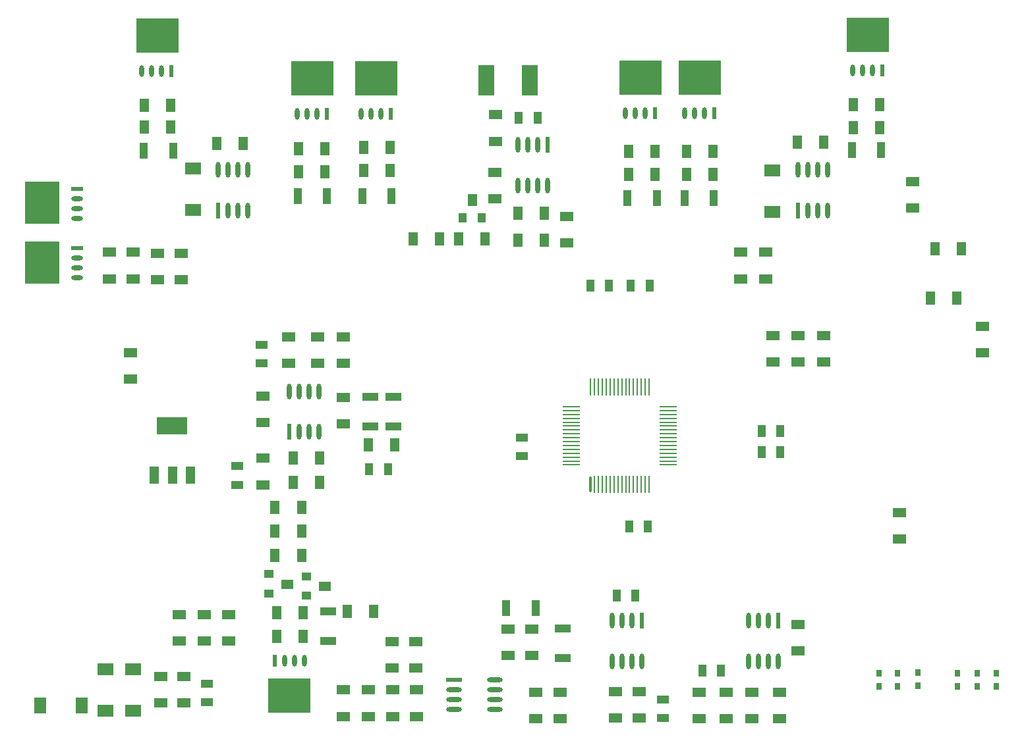
<source format=gtp>
%FSLAX24Y24*%
%MOIN*%
G70*
G01*
G75*
G04 Layer_Color=8421504*
%ADD10O,0.0110X0.0866*%
%ADD11R,0.0110X0.0866*%
%ADD12R,0.0866X0.0110*%
%ADD13R,0.0787X0.0394*%
%ADD14R,0.0472X0.0709*%
%ADD15R,0.0591X0.0472*%
%ADD16R,0.0512X0.0433*%
%ADD17R,0.0591X0.0433*%
%ADD18R,0.0472X0.0906*%
%ADD19R,0.1575X0.0866*%
%ADD20R,0.2165X0.1772*%
%ADD21R,0.0236X0.0591*%
%ADD22O,0.0236X0.0591*%
%ADD23R,0.0433X0.0591*%
%ADD24O,0.0236X0.0787*%
%ADD25R,0.0236X0.0787*%
%ADD26R,0.0591X0.0787*%
%ADD27R,0.0787X0.0591*%
%ADD28R,0.0709X0.0472*%
%ADD29O,0.0591X0.0236*%
%ADD30R,0.0591X0.0236*%
%ADD31R,0.1772X0.2165*%
%ADD32R,0.0394X0.0787*%
%ADD33R,0.0787X0.1575*%
%ADD34R,0.0472X0.0591*%
%ADD35R,0.0433X0.0512*%
%ADD36R,0.0787X0.0236*%
%ADD37O,0.0787X0.0236*%
%ADD38R,0.0315X0.0335*%
%ADD39C,0.0157*%
%ADD40C,0.0098*%
%ADD41C,0.0394*%
%ADD42C,0.0079*%
%ADD43C,0.0197*%
%ADD44C,0.0236*%
%ADD45C,0.0118*%
%ADD46C,0.0138*%
%ADD47C,0.0100*%
%ADD48R,0.1339X0.1063*%
%ADD49R,0.3071X0.1772*%
%ADD50R,0.1299X0.1535*%
%ADD51R,0.1575X0.1417*%
%ADD52R,0.0193X0.0151*%
%ADD53R,0.1116X0.0604*%
%ADD54R,0.1063X0.0906*%
%ADD55R,0.0512X0.0157*%
%ADD56C,0.1181*%
%ADD57C,0.0600*%
%ADD58C,0.0709*%
%ADD59C,0.0787*%
%ADD60R,0.0787X0.0787*%
%ADD61R,0.1181X0.0669*%
%ADD62O,0.1181X0.0669*%
%ADD63C,0.0591*%
%ADD64R,0.0591X0.0591*%
%ADD65R,0.0984X0.0984*%
%ADD66C,0.0984*%
%ADD67R,0.0472X0.0984*%
%ADD68O,0.0472X0.0984*%
%ADD69C,0.0669*%
%ADD70R,0.0669X0.0669*%
%ADD71R,0.0591X0.0591*%
%ADD72R,0.0787X0.0787*%
%ADD73C,0.0500*%
%ADD74C,0.0787*%
%ADD75R,0.4213X0.3504*%
%ADD76R,0.7165X0.3189*%
%ADD77R,0.1732X0.1811*%
%ADD78R,0.2795X0.6811*%
%ADD79C,0.0039*%
%ADD80C,0.0102*%
%ADD81C,0.0080*%
%ADD82R,5.3228X0.0551*%
D10*
X31555Y18169D02*
D03*
D11*
X31752D02*
D03*
X31949D02*
D03*
X32146D02*
D03*
X32343D02*
D03*
X32539D02*
D03*
X32736D02*
D03*
X32933D02*
D03*
X33130D02*
D03*
X33327D02*
D03*
X33524D02*
D03*
X33720D02*
D03*
X33917D02*
D03*
X34114D02*
D03*
X34311D02*
D03*
X34508D02*
D03*
Y23091D02*
D03*
X34311D02*
D03*
X34114D02*
D03*
X33917D02*
D03*
X33720D02*
D03*
X33524D02*
D03*
X33327D02*
D03*
X33130D02*
D03*
X32933D02*
D03*
X32736D02*
D03*
X32539D02*
D03*
X32343D02*
D03*
X32146D02*
D03*
X31949D02*
D03*
X31752D02*
D03*
X31555D02*
D03*
D12*
X35492Y19154D02*
D03*
Y19350D02*
D03*
Y19547D02*
D03*
Y19744D02*
D03*
Y19941D02*
D03*
Y20138D02*
D03*
Y20335D02*
D03*
Y20531D02*
D03*
Y20728D02*
D03*
Y20925D02*
D03*
Y21122D02*
D03*
Y21319D02*
D03*
Y21516D02*
D03*
Y21713D02*
D03*
Y21909D02*
D03*
Y22106D02*
D03*
X30571D02*
D03*
Y21909D02*
D03*
Y21713D02*
D03*
Y21516D02*
D03*
Y21319D02*
D03*
Y21122D02*
D03*
Y20925D02*
D03*
Y20728D02*
D03*
Y20531D02*
D03*
Y20335D02*
D03*
Y20138D02*
D03*
Y19941D02*
D03*
Y19744D02*
D03*
Y19547D02*
D03*
Y19350D02*
D03*
Y19154D02*
D03*
D13*
X21575Y21101D02*
D03*
Y22589D02*
D03*
X20394Y21101D02*
D03*
Y22589D02*
D03*
X18268Y11733D02*
D03*
Y10245D02*
D03*
X30157Y10867D02*
D03*
Y9379D02*
D03*
D14*
X15591Y15787D02*
D03*
X20590Y11732D02*
D03*
X19252D02*
D03*
X16929Y14567D02*
D03*
X15591D02*
D03*
X8977Y37362D02*
D03*
X10315D02*
D03*
X8977Y36260D02*
D03*
X10315D02*
D03*
X16772Y35157D02*
D03*
X18110D02*
D03*
X20079Y35236D02*
D03*
X21417D02*
D03*
X18110Y34016D02*
D03*
X16772D02*
D03*
X20079Y34055D02*
D03*
X21417D02*
D03*
X34803Y33858D02*
D03*
X33465D02*
D03*
X36418Y35039D02*
D03*
X37756D02*
D03*
X33465D02*
D03*
X34803D02*
D03*
X37756Y33858D02*
D03*
X36418D02*
D03*
X44843Y37402D02*
D03*
X46181D02*
D03*
Y36220D02*
D03*
X44843D02*
D03*
X12638Y35433D02*
D03*
X13976D02*
D03*
X42008Y35512D02*
D03*
X43346D02*
D03*
X29212Y31890D02*
D03*
X27874D02*
D03*
X29212Y30551D02*
D03*
X27874D02*
D03*
X26220Y30591D02*
D03*
X24882D02*
D03*
X23897D02*
D03*
X22559D02*
D03*
X50078Y27598D02*
D03*
X48740D02*
D03*
X50315Y30118D02*
D03*
X48977D02*
D03*
X15670Y11654D02*
D03*
X17008D02*
D03*
X15670Y10472D02*
D03*
X17008D02*
D03*
X16929Y15787D02*
D03*
X15591Y17008D02*
D03*
X16929D02*
D03*
X17834Y19488D02*
D03*
X16496D02*
D03*
X17834Y18268D02*
D03*
X16496D02*
D03*
X20315Y20157D02*
D03*
X21653D02*
D03*
D15*
X18096Y12999D02*
D03*
X16206Y13117D02*
D03*
D16*
X17178Y12532D02*
D03*
X17168Y13506D02*
D03*
X15289Y12650D02*
D03*
X15279Y13624D02*
D03*
D17*
X14921Y25237D02*
D03*
Y24291D02*
D03*
X13661Y18149D02*
D03*
Y19095D02*
D03*
X12126Y7125D02*
D03*
Y8072D02*
D03*
X35197Y7284D02*
D03*
Y6338D02*
D03*
X28071Y19606D02*
D03*
Y20552D02*
D03*
D18*
X9488Y18644D02*
D03*
X10394D02*
D03*
X11299D02*
D03*
D19*
X10390Y21120D02*
D03*
D20*
X34075Y38764D02*
D03*
X17487Y38725D02*
D03*
X20715D02*
D03*
X37067Y38764D02*
D03*
X9626Y40890D02*
D03*
X45571Y40929D02*
D03*
X16319Y7456D02*
D03*
D21*
X34805Y36984D02*
D03*
X18217Y36945D02*
D03*
X21445D02*
D03*
X37797Y36984D02*
D03*
X10356Y39110D02*
D03*
X46301Y39149D02*
D03*
X15589Y9236D02*
D03*
D22*
X34305Y36984D02*
D03*
X33805D02*
D03*
X33305D02*
D03*
X17717Y36945D02*
D03*
X17217D02*
D03*
X16717D02*
D03*
X20945D02*
D03*
X20445D02*
D03*
X19945D02*
D03*
X37297Y36984D02*
D03*
X36797D02*
D03*
X36297D02*
D03*
X9856Y39110D02*
D03*
X9356D02*
D03*
X8856D02*
D03*
X45801Y39149D02*
D03*
X45301D02*
D03*
X44801D02*
D03*
X17089Y9236D02*
D03*
X16589D02*
D03*
X16089D02*
D03*
D23*
X37204Y8740D02*
D03*
X38150D02*
D03*
X28859Y36732D02*
D03*
X27913D02*
D03*
X32873Y12520D02*
D03*
X33820D02*
D03*
X21300Y18937D02*
D03*
X20354D02*
D03*
X40196Y20866D02*
D03*
X41142D02*
D03*
X40196Y19803D02*
D03*
X41142D02*
D03*
X33503Y16024D02*
D03*
X34449D02*
D03*
X33582Y28228D02*
D03*
X34528D02*
D03*
X32481D02*
D03*
X31535D02*
D03*
D24*
X39526Y9210D02*
D03*
X40026D02*
D03*
X40526D02*
D03*
X41026D02*
D03*
X39526Y11263D02*
D03*
X40026D02*
D03*
X40526D02*
D03*
X13215Y32044D02*
D03*
X13715D02*
D03*
X14215D02*
D03*
X12715Y34097D02*
D03*
X13215D02*
D03*
X13715D02*
D03*
X14215D02*
D03*
X42545Y32044D02*
D03*
X43045D02*
D03*
X43545D02*
D03*
X42045Y34097D02*
D03*
X42545D02*
D03*
X43045D02*
D03*
X43545D02*
D03*
X28872Y35357D02*
D03*
X28372D02*
D03*
X27872D02*
D03*
X29372Y33304D02*
D03*
X28872D02*
D03*
X28372D02*
D03*
X27872D02*
D03*
X33636Y11263D02*
D03*
X33136D02*
D03*
X32636D02*
D03*
X34136Y9210D02*
D03*
X33636D02*
D03*
X33136D02*
D03*
X32636D02*
D03*
X16797Y20824D02*
D03*
X17297D02*
D03*
X17797D02*
D03*
X16297Y22877D02*
D03*
X16797D02*
D03*
X17297D02*
D03*
X17797D02*
D03*
D25*
X41026Y11263D02*
D03*
X12715Y32044D02*
D03*
X42045D02*
D03*
X29372Y35357D02*
D03*
X34136Y11263D02*
D03*
X16297Y20824D02*
D03*
D26*
X5812Y6969D02*
D03*
X3716D02*
D03*
D27*
X7008Y6708D02*
D03*
Y8804D02*
D03*
X8425D02*
D03*
Y6708D02*
D03*
X11457Y34158D02*
D03*
Y32062D02*
D03*
X40748Y34079D02*
D03*
Y31983D02*
D03*
D28*
X9803Y7087D02*
D03*
Y8425D02*
D03*
X10984D02*
D03*
Y7087D02*
D03*
X26732Y35552D02*
D03*
Y36889D02*
D03*
X9646Y29882D02*
D03*
Y28544D02*
D03*
X10827Y29882D02*
D03*
Y28544D02*
D03*
X40394Y29921D02*
D03*
Y28583D02*
D03*
X39134Y29921D02*
D03*
Y28583D02*
D03*
X7205Y29921D02*
D03*
Y28583D02*
D03*
X8425D02*
D03*
Y29921D02*
D03*
X26693Y32638D02*
D03*
Y33976D02*
D03*
X30354Y30394D02*
D03*
Y31732D02*
D03*
X51378Y24843D02*
D03*
Y26181D02*
D03*
X10748Y11574D02*
D03*
Y10237D02*
D03*
X12008Y11574D02*
D03*
Y10237D02*
D03*
X13228D02*
D03*
Y11574D02*
D03*
X47835Y32166D02*
D03*
Y33504D02*
D03*
X28780Y7637D02*
D03*
Y6300D02*
D03*
X30000Y7637D02*
D03*
Y6300D02*
D03*
X19055Y7756D02*
D03*
Y6418D02*
D03*
X20315D02*
D03*
Y7756D02*
D03*
X21535Y6418D02*
D03*
Y7756D02*
D03*
X22756Y6418D02*
D03*
Y7756D02*
D03*
X21496Y8859D02*
D03*
Y10197D02*
D03*
X22717D02*
D03*
Y8859D02*
D03*
X27362Y10826D02*
D03*
Y9488D02*
D03*
X28583Y10826D02*
D03*
Y9488D02*
D03*
X34016Y6339D02*
D03*
Y7677D02*
D03*
X32795D02*
D03*
Y6339D02*
D03*
X37047Y6300D02*
D03*
Y7637D02*
D03*
X38425Y6300D02*
D03*
Y7637D02*
D03*
X39724D02*
D03*
Y6300D02*
D03*
X41102Y7637D02*
D03*
Y6300D02*
D03*
X42047Y9725D02*
D03*
Y11063D02*
D03*
X16260Y24292D02*
D03*
Y25630D02*
D03*
X17756Y24292D02*
D03*
Y25630D02*
D03*
X19055Y22559D02*
D03*
Y21221D02*
D03*
X19055Y24292D02*
D03*
Y25630D02*
D03*
X14961Y22637D02*
D03*
Y21300D02*
D03*
X14961Y19488D02*
D03*
Y18150D02*
D03*
X8268Y23504D02*
D03*
Y24842D02*
D03*
X47165Y15394D02*
D03*
Y16732D02*
D03*
X42047Y25708D02*
D03*
Y24370D02*
D03*
X43346D02*
D03*
Y25708D02*
D03*
X40787Y24370D02*
D03*
Y25708D02*
D03*
D29*
X5575Y28620D02*
D03*
Y29120D02*
D03*
Y29620D02*
D03*
Y31652D02*
D03*
Y32152D02*
D03*
Y32652D02*
D03*
D30*
Y30120D02*
D03*
Y33152D02*
D03*
D31*
X3795Y29390D02*
D03*
Y32422D02*
D03*
D32*
X10434Y35079D02*
D03*
X8946D02*
D03*
X16731Y32756D02*
D03*
X18219D02*
D03*
X19999D02*
D03*
X21487D02*
D03*
X33424Y32677D02*
D03*
X34912D02*
D03*
X36298D02*
D03*
X37786D02*
D03*
X44763Y35118D02*
D03*
X46251D02*
D03*
X27283Y11890D02*
D03*
X28770D02*
D03*
D33*
X26260Y38622D02*
D03*
X28462D02*
D03*
D34*
X25584Y32584D02*
D03*
D35*
X26051Y31667D02*
D03*
X25077Y31657D02*
D03*
D36*
X24643Y8270D02*
D03*
D37*
Y7770D02*
D03*
Y7270D02*
D03*
Y6770D02*
D03*
X26696Y8270D02*
D03*
Y7770D02*
D03*
Y7270D02*
D03*
Y6770D02*
D03*
D38*
X47087Y7935D02*
D03*
Y8601D02*
D03*
X50118Y7935D02*
D03*
Y8601D02*
D03*
X51102Y7935D02*
D03*
Y8601D02*
D03*
X46142Y7935D02*
D03*
Y8601D02*
D03*
X52087Y7935D02*
D03*
Y8601D02*
D03*
X48110Y7974D02*
D03*
Y8640D02*
D03*
M02*

</source>
